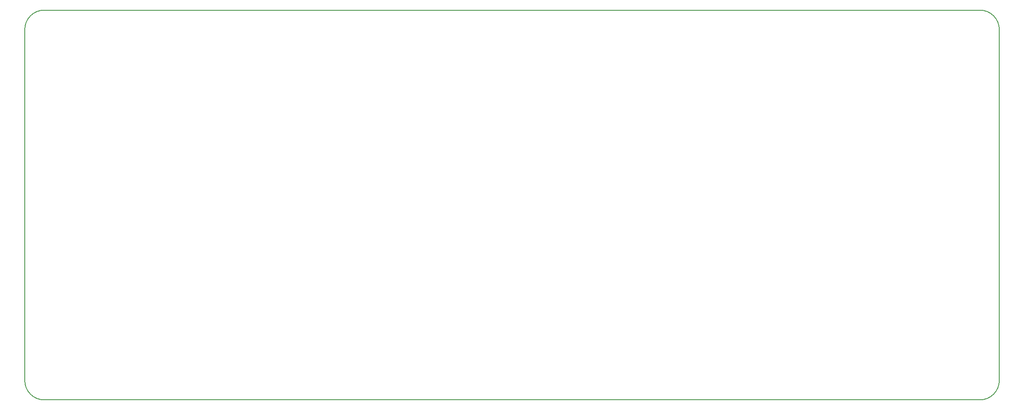
<source format=gbo>
G04 #@! TF.FileFunction,Legend,Bot*
%FSLAX46Y46*%
G04 Gerber Fmt 4.6, Leading zero omitted, Abs format (unit mm)*
G04 Created by KiCad (PCBNEW 4.0.7-e2-6376~58~ubuntu16.04.1) date Sun Nov  5 21:07:29 2017*
%MOMM*%
%LPD*%
G01*
G04 APERTURE LIST*
%ADD10C,0.100000*%
%ADD11C,0.150000*%
G04 APERTURE END LIST*
D10*
D11*
X250600000Y-65000000D02*
G75*
G03X246600000Y-61000000I-4000000J0D01*
G01*
X246600000Y-141000000D02*
G75*
G03X250600000Y-137000000I0J4000000D01*
G01*
X50600000Y-137000000D02*
G75*
G03X54600000Y-141000000I4000000J0D01*
G01*
X54600000Y-61000000D02*
G75*
G03X50600000Y-65000000I0J-4000000D01*
G01*
X246600000Y-141000000D02*
X54600000Y-141000000D01*
X250600000Y-65000000D02*
X250600000Y-137000000D01*
X54600000Y-61000000D02*
X246600000Y-61000000D01*
X50600000Y-137000000D02*
X50600000Y-65000000D01*
M02*

</source>
